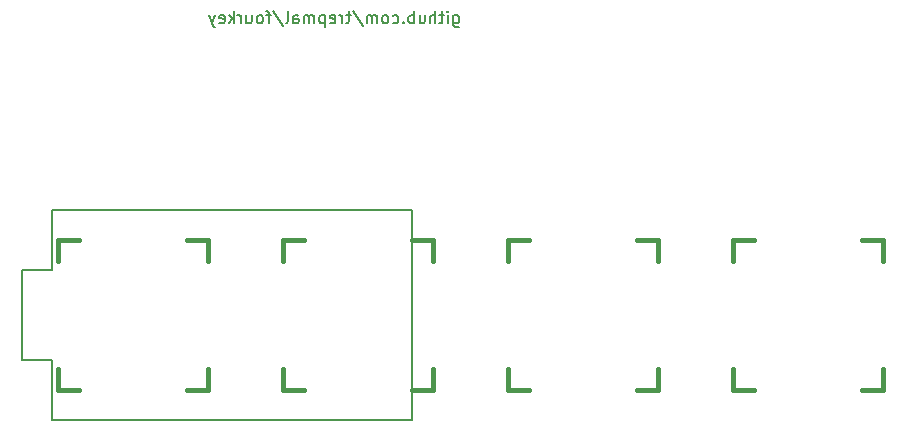
<source format=gbr>
G04 #@! TF.GenerationSoftware,KiCad,Pcbnew,(5.1.4-0-10_14)*
G04 #@! TF.CreationDate,2021-02-23T19:34:54-08:00*
G04 #@! TF.ProjectId,fourkey,666f7572-6b65-4792-9e6b-696361645f70,rev?*
G04 #@! TF.SameCoordinates,Original*
G04 #@! TF.FileFunction,Legend,Bot*
G04 #@! TF.FilePolarity,Positive*
%FSLAX46Y46*%
G04 Gerber Fmt 4.6, Leading zero omitted, Abs format (unit mm)*
G04 Created by KiCad (PCBNEW (5.1.4-0-10_14)) date 2021-02-23 19:34:54*
%MOMM*%
%LPD*%
G04 APERTURE LIST*
%ADD10C,0.150000*%
%ADD11C,0.381000*%
G04 APERTURE END LIST*
D10*
X105067428Y-54141714D02*
X105067428Y-54951238D01*
X105115047Y-55046476D01*
X105162666Y-55094095D01*
X105257904Y-55141714D01*
X105400761Y-55141714D01*
X105496000Y-55094095D01*
X105067428Y-54760761D02*
X105162666Y-54808380D01*
X105353142Y-54808380D01*
X105448380Y-54760761D01*
X105496000Y-54713142D01*
X105543619Y-54617904D01*
X105543619Y-54332190D01*
X105496000Y-54236952D01*
X105448380Y-54189333D01*
X105353142Y-54141714D01*
X105162666Y-54141714D01*
X105067428Y-54189333D01*
X104591238Y-54808380D02*
X104591238Y-54141714D01*
X104591238Y-53808380D02*
X104638857Y-53856000D01*
X104591238Y-53903619D01*
X104543619Y-53856000D01*
X104591238Y-53808380D01*
X104591238Y-53903619D01*
X104257904Y-54141714D02*
X103876952Y-54141714D01*
X104115047Y-53808380D02*
X104115047Y-54665523D01*
X104067428Y-54760761D01*
X103972190Y-54808380D01*
X103876952Y-54808380D01*
X103543619Y-54808380D02*
X103543619Y-53808380D01*
X103115047Y-54808380D02*
X103115047Y-54284571D01*
X103162666Y-54189333D01*
X103257904Y-54141714D01*
X103400761Y-54141714D01*
X103496000Y-54189333D01*
X103543619Y-54236952D01*
X102210285Y-54141714D02*
X102210285Y-54808380D01*
X102638857Y-54141714D02*
X102638857Y-54665523D01*
X102591238Y-54760761D01*
X102496000Y-54808380D01*
X102353142Y-54808380D01*
X102257904Y-54760761D01*
X102210285Y-54713142D01*
X101734095Y-54808380D02*
X101734095Y-53808380D01*
X101734095Y-54189333D02*
X101638857Y-54141714D01*
X101448380Y-54141714D01*
X101353142Y-54189333D01*
X101305523Y-54236952D01*
X101257904Y-54332190D01*
X101257904Y-54617904D01*
X101305523Y-54713142D01*
X101353142Y-54760761D01*
X101448380Y-54808380D01*
X101638857Y-54808380D01*
X101734095Y-54760761D01*
X100829333Y-54713142D02*
X100781714Y-54760761D01*
X100829333Y-54808380D01*
X100876952Y-54760761D01*
X100829333Y-54713142D01*
X100829333Y-54808380D01*
X99924571Y-54760761D02*
X100019809Y-54808380D01*
X100210285Y-54808380D01*
X100305523Y-54760761D01*
X100353142Y-54713142D01*
X100400761Y-54617904D01*
X100400761Y-54332190D01*
X100353142Y-54236952D01*
X100305523Y-54189333D01*
X100210285Y-54141714D01*
X100019809Y-54141714D01*
X99924571Y-54189333D01*
X99353142Y-54808380D02*
X99448380Y-54760761D01*
X99496000Y-54713142D01*
X99543619Y-54617904D01*
X99543619Y-54332190D01*
X99496000Y-54236952D01*
X99448380Y-54189333D01*
X99353142Y-54141714D01*
X99210285Y-54141714D01*
X99115047Y-54189333D01*
X99067428Y-54236952D01*
X99019809Y-54332190D01*
X99019809Y-54617904D01*
X99067428Y-54713142D01*
X99115047Y-54760761D01*
X99210285Y-54808380D01*
X99353142Y-54808380D01*
X98591238Y-54808380D02*
X98591238Y-54141714D01*
X98591238Y-54236952D02*
X98543619Y-54189333D01*
X98448380Y-54141714D01*
X98305523Y-54141714D01*
X98210285Y-54189333D01*
X98162666Y-54284571D01*
X98162666Y-54808380D01*
X98162666Y-54284571D02*
X98115047Y-54189333D01*
X98019809Y-54141714D01*
X97876952Y-54141714D01*
X97781714Y-54189333D01*
X97734095Y-54284571D01*
X97734095Y-54808380D01*
X96543619Y-53760761D02*
X97400761Y-55046476D01*
X96353142Y-54141714D02*
X95972190Y-54141714D01*
X96210285Y-53808380D02*
X96210285Y-54665523D01*
X96162666Y-54760761D01*
X96067428Y-54808380D01*
X95972190Y-54808380D01*
X95638857Y-54808380D02*
X95638857Y-54141714D01*
X95638857Y-54332190D02*
X95591238Y-54236952D01*
X95543619Y-54189333D01*
X95448380Y-54141714D01*
X95353142Y-54141714D01*
X94638857Y-54760761D02*
X94734095Y-54808380D01*
X94924571Y-54808380D01*
X95019809Y-54760761D01*
X95067428Y-54665523D01*
X95067428Y-54284571D01*
X95019809Y-54189333D01*
X94924571Y-54141714D01*
X94734095Y-54141714D01*
X94638857Y-54189333D01*
X94591238Y-54284571D01*
X94591238Y-54379809D01*
X95067428Y-54475047D01*
X94162666Y-54141714D02*
X94162666Y-55141714D01*
X94162666Y-54189333D02*
X94067428Y-54141714D01*
X93876952Y-54141714D01*
X93781714Y-54189333D01*
X93734095Y-54236952D01*
X93686476Y-54332190D01*
X93686476Y-54617904D01*
X93734095Y-54713142D01*
X93781714Y-54760761D01*
X93876952Y-54808380D01*
X94067428Y-54808380D01*
X94162666Y-54760761D01*
X93257904Y-54808380D02*
X93257904Y-54141714D01*
X93257904Y-54236952D02*
X93210285Y-54189333D01*
X93115047Y-54141714D01*
X92972190Y-54141714D01*
X92876952Y-54189333D01*
X92829333Y-54284571D01*
X92829333Y-54808380D01*
X92829333Y-54284571D02*
X92781714Y-54189333D01*
X92686476Y-54141714D01*
X92543619Y-54141714D01*
X92448380Y-54189333D01*
X92400761Y-54284571D01*
X92400761Y-54808380D01*
X91496000Y-54808380D02*
X91496000Y-54284571D01*
X91543619Y-54189333D01*
X91638857Y-54141714D01*
X91829333Y-54141714D01*
X91924571Y-54189333D01*
X91496000Y-54760761D02*
X91591238Y-54808380D01*
X91829333Y-54808380D01*
X91924571Y-54760761D01*
X91972190Y-54665523D01*
X91972190Y-54570285D01*
X91924571Y-54475047D01*
X91829333Y-54427428D01*
X91591238Y-54427428D01*
X91496000Y-54379809D01*
X90876952Y-54808380D02*
X90972190Y-54760761D01*
X91019809Y-54665523D01*
X91019809Y-53808380D01*
X89781714Y-53760761D02*
X90638857Y-55046476D01*
X89591238Y-54141714D02*
X89210285Y-54141714D01*
X89448380Y-54808380D02*
X89448380Y-53951238D01*
X89400761Y-53856000D01*
X89305523Y-53808380D01*
X89210285Y-53808380D01*
X88734095Y-54808380D02*
X88829333Y-54760761D01*
X88876952Y-54713142D01*
X88924571Y-54617904D01*
X88924571Y-54332190D01*
X88876952Y-54236952D01*
X88829333Y-54189333D01*
X88734095Y-54141714D01*
X88591238Y-54141714D01*
X88496000Y-54189333D01*
X88448380Y-54236952D01*
X88400761Y-54332190D01*
X88400761Y-54617904D01*
X88448380Y-54713142D01*
X88496000Y-54760761D01*
X88591238Y-54808380D01*
X88734095Y-54808380D01*
X87543619Y-54141714D02*
X87543619Y-54808380D01*
X87972190Y-54141714D02*
X87972190Y-54665523D01*
X87924571Y-54760761D01*
X87829333Y-54808380D01*
X87686476Y-54808380D01*
X87591238Y-54760761D01*
X87543619Y-54713142D01*
X87067428Y-54808380D02*
X87067428Y-54141714D01*
X87067428Y-54332190D02*
X87019809Y-54236952D01*
X86972190Y-54189333D01*
X86876952Y-54141714D01*
X86781714Y-54141714D01*
X86448380Y-54808380D02*
X86448380Y-53808380D01*
X86353142Y-54427428D02*
X86067428Y-54808380D01*
X86067428Y-54141714D02*
X86448380Y-54522666D01*
X85257904Y-54760761D02*
X85353142Y-54808380D01*
X85543619Y-54808380D01*
X85638857Y-54760761D01*
X85686476Y-54665523D01*
X85686476Y-54284571D01*
X85638857Y-54189333D01*
X85543619Y-54141714D01*
X85353142Y-54141714D01*
X85257904Y-54189333D01*
X85210285Y-54284571D01*
X85210285Y-54379809D01*
X85686476Y-54475047D01*
X84876952Y-54141714D02*
X84638857Y-54808380D01*
X84400761Y-54141714D02*
X84638857Y-54808380D01*
X84734095Y-55046476D01*
X84781714Y-55094095D01*
X84876952Y-55141714D01*
D11*
X82550000Y-85852000D02*
X84328000Y-85852000D01*
X71628000Y-85852000D02*
X73406000Y-85852000D01*
X71628000Y-84074000D02*
X71628000Y-85852000D01*
X71628000Y-73152000D02*
X71628000Y-74930000D01*
X73406000Y-73152000D02*
X71628000Y-73152000D01*
X84328000Y-73152000D02*
X82550000Y-73152000D01*
X84328000Y-74930000D02*
X84328000Y-73152000D01*
X84328000Y-85852000D02*
X84328000Y-84074000D01*
D10*
X71120000Y-70612000D02*
X101600000Y-70612000D01*
X71120000Y-75692000D02*
X71120000Y-70612000D01*
X68580000Y-75692000D02*
X71120000Y-75692000D01*
X68580000Y-83312000D02*
X68580000Y-75692000D01*
X71120000Y-83312000D02*
X68580000Y-83312000D01*
X71120000Y-88392000D02*
X71120000Y-83312000D01*
X101600000Y-88392000D02*
X71120000Y-88392000D01*
X101600000Y-70612000D02*
X101600000Y-88392000D01*
D11*
X103378000Y-85852000D02*
X103378000Y-84074000D01*
X103378000Y-74930000D02*
X103378000Y-73152000D01*
X103378000Y-73152000D02*
X101600000Y-73152000D01*
X92456000Y-73152000D02*
X90678000Y-73152000D01*
X90678000Y-73152000D02*
X90678000Y-74930000D01*
X90678000Y-84074000D02*
X90678000Y-85852000D01*
X90678000Y-85852000D02*
X92456000Y-85852000D01*
X101600000Y-85852000D02*
X103378000Y-85852000D01*
X120650000Y-85852000D02*
X122428000Y-85852000D01*
X109728000Y-85852000D02*
X111506000Y-85852000D01*
X109728000Y-84074000D02*
X109728000Y-85852000D01*
X109728000Y-73152000D02*
X109728000Y-74930000D01*
X111506000Y-73152000D02*
X109728000Y-73152000D01*
X122428000Y-73152000D02*
X120650000Y-73152000D01*
X122428000Y-74930000D02*
X122428000Y-73152000D01*
X122428000Y-85852000D02*
X122428000Y-84074000D01*
X141478000Y-85852000D02*
X141478000Y-84074000D01*
X141478000Y-74930000D02*
X141478000Y-73152000D01*
X141478000Y-73152000D02*
X139700000Y-73152000D01*
X130556000Y-73152000D02*
X128778000Y-73152000D01*
X128778000Y-73152000D02*
X128778000Y-74930000D01*
X128778000Y-84074000D02*
X128778000Y-85852000D01*
X128778000Y-85852000D02*
X130556000Y-85852000D01*
X139700000Y-85852000D02*
X141478000Y-85852000D01*
M02*

</source>
